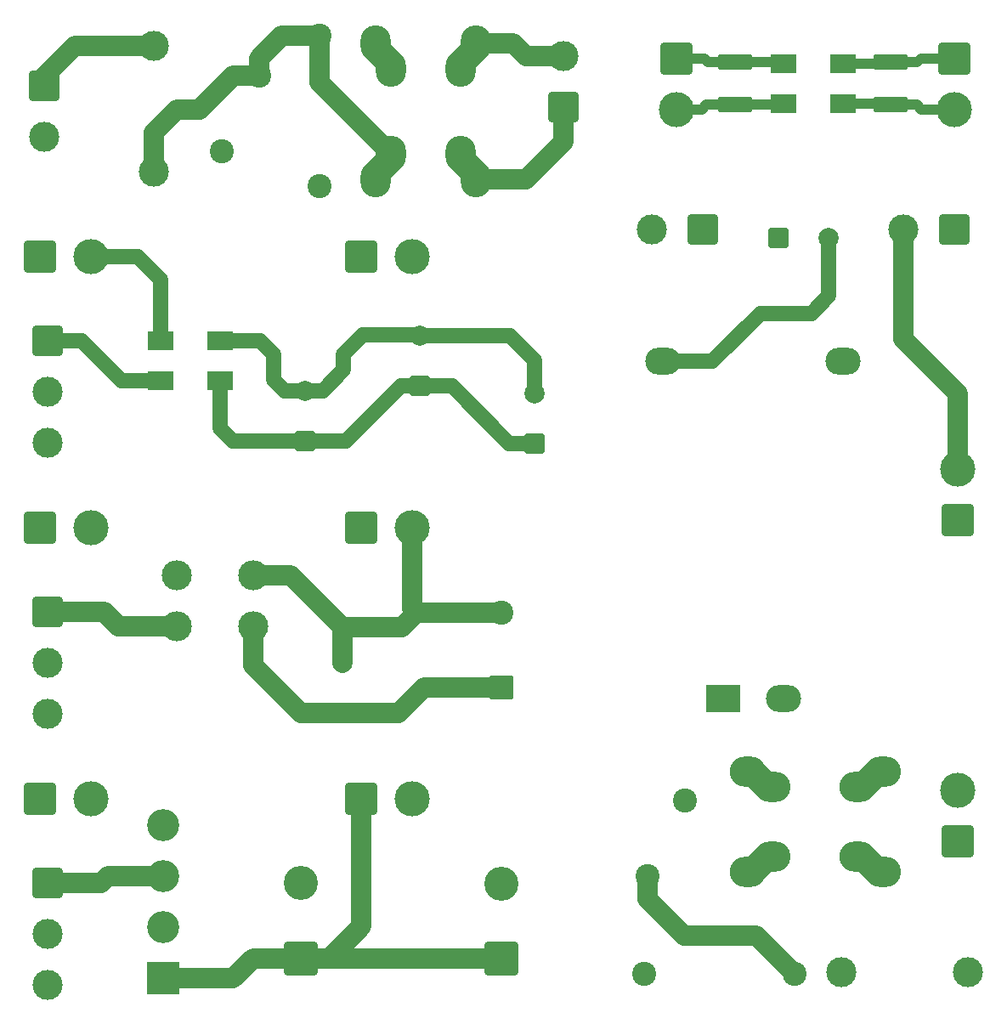
<source format=gtl>
%TF.GenerationSoftware,KiCad,Pcbnew,9.0.2*%
%TF.CreationDate,2025-06-27T09:24:05+02:00*%
%TF.ProjectId,led_driver_220v_p2,6c65645f-6472-4697-9665-725f32323076,rev?*%
%TF.SameCoordinates,Original*%
%TF.FileFunction,Copper,L1,Top*%
%TF.FilePolarity,Positive*%
%FSLAX46Y46*%
G04 Gerber Fmt 4.6, Leading zero omitted, Abs format (unit mm)*
G04 Created by KiCad (PCBNEW 9.0.2) date 2025-06-27 09:24:05*
%MOMM*%
%LPD*%
G01*
G04 APERTURE LIST*
G04 Aperture macros list*
%AMRoundRect*
0 Rectangle with rounded corners*
0 $1 Rounding radius*
0 $2 $3 $4 $5 $6 $7 $8 $9 X,Y pos of 4 corners*
0 Add a 4 corners polygon primitive as box body*
4,1,4,$2,$3,$4,$5,$6,$7,$8,$9,$2,$3,0*
0 Add four circle primitives for the rounded corners*
1,1,$1+$1,$2,$3*
1,1,$1+$1,$4,$5*
1,1,$1+$1,$6,$7*
1,1,$1+$1,$8,$9*
0 Add four rect primitives between the rounded corners*
20,1,$1+$1,$2,$3,$4,$5,0*
20,1,$1+$1,$4,$5,$6,$7,0*
20,1,$1+$1,$6,$7,$8,$9,0*
20,1,$1+$1,$8,$9,$2,$3,0*%
G04 Aperture macros list end*
%TA.AperFunction,ComponentPad*%
%ADD10RoundRect,0.288462X-1.211538X1.211538X-1.211538X-1.211538X1.211538X-1.211538X1.211538X1.211538X0*%
%TD*%
%TA.AperFunction,ComponentPad*%
%ADD11C,3.000000*%
%TD*%
%TA.AperFunction,ComponentPad*%
%ADD12RoundRect,0.250000X0.750000X-0.750000X0.750000X0.750000X-0.750000X0.750000X-0.750000X-0.750000X0*%
%TD*%
%TA.AperFunction,ComponentPad*%
%ADD13C,2.000000*%
%TD*%
%TA.AperFunction,ComponentPad*%
%ADD14RoundRect,0.307693X-1.292307X-1.292307X1.292307X-1.292307X1.292307X1.292307X-1.292307X1.292307X0*%
%TD*%
%TA.AperFunction,ComponentPad*%
%ADD15C,3.500000*%
%TD*%
%TA.AperFunction,ComponentPad*%
%ADD16R,3.200000X3.200000*%
%TD*%
%TA.AperFunction,ComponentPad*%
%ADD17C,3.200000*%
%TD*%
%TA.AperFunction,ComponentPad*%
%ADD18RoundRect,0.250001X0.949999X-0.949999X0.949999X0.949999X-0.949999X0.949999X-0.949999X-0.949999X0*%
%TD*%
%TA.AperFunction,ComponentPad*%
%ADD19C,2.400000*%
%TD*%
%TA.AperFunction,ComponentPad*%
%ADD20R,3.500000X2.700000*%
%TD*%
%TA.AperFunction,ComponentPad*%
%ADD21O,3.500000X2.700000*%
%TD*%
%TA.AperFunction,ComponentPad*%
%ADD22RoundRect,0.354168X1.345832X-1.345832X1.345832X1.345832X-1.345832X1.345832X-1.345832X-1.345832X0*%
%TD*%
%TA.AperFunction,ComponentPad*%
%ADD23C,3.400000*%
%TD*%
%TA.AperFunction,ComponentPad*%
%ADD24RoundRect,0.250000X-0.750000X-0.750000X0.750000X-0.750000X0.750000X0.750000X-0.750000X0.750000X0*%
%TD*%
%TA.AperFunction,SMDPad,CuDef*%
%ADD25R,2.500000X1.900000*%
%TD*%
%TA.AperFunction,ComponentPad*%
%ADD26RoundRect,0.288462X1.211538X1.211538X-1.211538X1.211538X-1.211538X-1.211538X1.211538X-1.211538X0*%
%TD*%
%TA.AperFunction,SMDPad,CuDef*%
%ADD27RoundRect,0.250000X-1.450000X0.537500X-1.450000X-0.537500X1.450000X-0.537500X1.450000X0.537500X0*%
%TD*%
%TA.AperFunction,ComponentPad*%
%ADD28RoundRect,0.307693X-1.292307X1.292307X-1.292307X-1.292307X1.292307X-1.292307X1.292307X1.292307X0*%
%TD*%
%TA.AperFunction,ComponentPad*%
%ADD29RoundRect,0.288462X1.211538X-1.211538X1.211538X1.211538X-1.211538X1.211538X-1.211538X-1.211538X0*%
%TD*%
%TA.AperFunction,ComponentPad*%
%ADD30O,3.600000X3.000000*%
%TD*%
%TA.AperFunction,ComponentPad*%
%ADD31O,3.000000X3.000000*%
%TD*%
%TA.AperFunction,ComponentPad*%
%ADD32O,3.000000X3.600000*%
%TD*%
%TA.AperFunction,ComponentPad*%
%ADD33RoundRect,0.307693X1.292307X-1.292307X1.292307X1.292307X-1.292307X1.292307X-1.292307X-1.292307X0*%
%TD*%
%TA.AperFunction,Conductor*%
%ADD34C,1.500000*%
%TD*%
%TA.AperFunction,Conductor*%
%ADD35C,2.000000*%
%TD*%
%TA.AperFunction,Conductor*%
%ADD36C,1.000000*%
%TD*%
G04 APERTURE END LIST*
D10*
%TO.P,J4,1,Pin_1*%
%TO.N,/High Voltage/L1*%
X51182500Y-72406000D03*
D11*
%TO.P,J4,2,Pin_2*%
%TO.N,/High Voltage/PE1*%
X51182500Y-77486000D03*
%TO.P,J4,3,Pin_3*%
%TO.N,/High Voltage/N1*%
X51182500Y-82566000D03*
%TD*%
D10*
%TO.P,J5,1,Pin_1*%
%TO.N,/High Voltage/L2*%
X51182500Y-99406000D03*
D11*
%TO.P,J5,2,Pin_2*%
%TO.N,/High Voltage/PE2*%
X51182500Y-104486000D03*
%TO.P,J5,3,Pin_3*%
%TO.N,/High Voltage/N2*%
X51182500Y-109566000D03*
%TD*%
D12*
%TO.P,C1,1*%
%TO.N,/High Voltage/DC1+230V*%
X99745000Y-82590000D03*
D13*
%TO.P,C1,2*%
%TO.N,/High Voltage/DC1-230V*%
X99745000Y-77590000D03*
%TD*%
D14*
%TO.P,J6,1,Pin_1*%
%TO.N,/High Voltage/L1*%
X50460000Y-64000000D03*
D15*
%TO.P,J6,2,Pin_2*%
%TO.N,/High Voltage/N1*%
X55540000Y-64000000D03*
%TD*%
D16*
%TO.P,D3,1,+*%
%TO.N,/High Voltage/DC3+230V*%
X62700000Y-135885000D03*
D17*
%TO.P,D3,2*%
%TO.N,/High Voltage/N3*%
X62700000Y-130805000D03*
%TO.P,D3,3*%
%TO.N,/High Voltage/L3*%
X62700000Y-125725000D03*
%TO.P,D3,4,-*%
%TO.N,/High Voltage/DC3-230V*%
X62700000Y-120645000D03*
%TD*%
D18*
%TO.P,C2,1*%
%TO.N,/High Voltage/DC2+230V*%
X96435000Y-106952780D03*
D19*
%TO.P,C2,2*%
%TO.N,/High Voltage/DC2-230V*%
X96435000Y-99452780D03*
%TD*%
D20*
%TO.P,PS1,1,AC/L*%
%TO.N,/High Voltage/TOUT_L*%
X118499500Y-108029000D03*
D21*
%TO.P,PS1,2,AC/N*%
%TO.N,/High Voltage/TOUT_N*%
X124499500Y-108029000D03*
%TO.P,PS1,3,-Vout*%
%TO.N,/High Voltage/DC-GND*%
X112499500Y-74429000D03*
%TO.P,PS1,4,+Vout*%
%TO.N,/High Voltage/DC+5V*%
X130499500Y-74429000D03*
%TD*%
D10*
%TO.P,J14,1,Pin_1*%
%TO.N,/High Voltage/L4*%
X50832500Y-46955000D03*
D11*
%TO.P,J14,2,Pin_2*%
%TO.N,/High Voltage/N4*%
X50832500Y-52035000D03*
%TD*%
D22*
%TO.P,C6,1*%
%TO.N,/High Voltage/DC3+230V*%
X76416000Y-133901780D03*
D23*
%TO.P,C6,2*%
%TO.N,/High Voltage/DC3-230V*%
X76416000Y-126401780D03*
%TD*%
D11*
%TO.P,F2,1*%
%TO.N,/High Voltage/L4*%
X61772000Y-42966000D03*
%TO.P,F2,2*%
%TO.N,/High Voltage/TIN_L4*%
X61772000Y-55566000D03*
%TD*%
D24*
%TO.P,C8,1*%
%TO.N,/High Voltage/DC+5V*%
X124047323Y-62143000D03*
D13*
%TO.P,C8,2*%
%TO.N,/High Voltage/DC-GND*%
X129047323Y-62143000D03*
%TD*%
D19*
%TO.P,RV1,1*%
%TO.N,/High Voltage/TIN_L*%
X110976000Y-125710000D03*
%TO.P,RV1,2*%
%TO.N,/High Voltage/NP*%
X114676000Y-118210000D03*
%TD*%
D25*
%TO.P,D4,1,+*%
%TO.N,/High Voltage/+5*%
X124510000Y-44744000D03*
%TO.P,D4,2,-*%
%TO.N,/High Voltage/-5*%
X124510000Y-48744000D03*
%TO.P,D4,3*%
%TO.N,/High Voltage/N5*%
X130460000Y-48744000D03*
%TO.P,D4,4*%
%TO.N,/High Voltage/L5*%
X130460000Y-44744000D03*
%TD*%
D26*
%TO.P,J12,1,Pin_1*%
%TO.N,/High Voltage/DC+5V*%
X116514000Y-61254000D03*
D11*
%TO.P,J12,2,Pin_2*%
%TO.N,/High Voltage/DC-GND*%
X111434000Y-61254000D03*
%TD*%
D25*
%TO.P,D1,1,+*%
%TO.N,/High Voltage/DC1+230V*%
X68430000Y-76335000D03*
%TO.P,D1,2,-*%
%TO.N,/High Voltage/DC1-230V*%
X68430000Y-72335000D03*
%TO.P,D1,3*%
%TO.N,/High Voltage/N1*%
X62480000Y-72335000D03*
%TO.P,D1,4*%
%TO.N,/High Voltage/L1*%
X62480000Y-76335000D03*
%TD*%
D27*
%TO.P,C9,1*%
%TO.N,/High Voltage/L5*%
X135178000Y-44600000D03*
%TO.P,C9,2*%
%TO.N,/High Voltage/N5*%
X135178000Y-48875000D03*
%TD*%
D22*
%TO.P,C3,1*%
%TO.N,/High Voltage/DC3+230V*%
X96435000Y-133952780D03*
D23*
%TO.P,C3,2*%
%TO.N,/High Voltage/DC3-230V*%
X96435000Y-126452780D03*
%TD*%
D28*
%TO.P,J15,1,Pin_1*%
%TO.N,/High Voltage/L5*%
X141528000Y-44236000D03*
D15*
%TO.P,J15,2,Pin_2*%
%TO.N,/High Voltage/N5*%
X141528000Y-49316000D03*
%TD*%
D14*
%TO.P,J9,1,Pin_1*%
%TO.N,/High Voltage/DC1+230V*%
X82460000Y-64000000D03*
D15*
%TO.P,J9,2,Pin_2*%
%TO.N,/High Voltage/DC1-230V*%
X87540000Y-64000000D03*
%TD*%
D14*
%TO.P,J11,1,Pin_1*%
%TO.N,/High Voltage/DC3+230V*%
X82460000Y-118000000D03*
D15*
%TO.P,J11,2,Pin_2*%
%TO.N,/High Voltage/DC3-230V*%
X87540000Y-118000000D03*
%TD*%
D26*
%TO.P,J13,1,Pin_1*%
%TO.N,/High Voltage/DCP+230V*%
X141528000Y-61254000D03*
D11*
%TO.P,J13,2,Pin_2*%
%TO.N,/High Voltage/DCP-230V*%
X136448000Y-61254000D03*
%TD*%
D19*
%TO.P,X2,1*%
%TO.N,/High Voltage/TIN_L4*%
X78282000Y-42000000D03*
%TO.P,X2,2*%
%TO.N,/High Voltage/N4*%
X78282000Y-57000000D03*
%TD*%
%TO.P,X1,1*%
%TO.N,/High Voltage/TIN_L*%
X125660000Y-135422000D03*
%TO.P,X1,2*%
%TO.N,/High Voltage/NP*%
X110660000Y-135422000D03*
%TD*%
D29*
%TO.P,J16,1,Pin_1*%
%TO.N,/High Voltage/TOUT_L4*%
X102579500Y-49067000D03*
D11*
%TO.P,J16,2,Pin_2*%
%TO.N,/High Voltage/TOUT_N4*%
X102579500Y-43987000D03*
%TD*%
D27*
%TO.P,C10,1*%
%TO.N,/High Voltage/+5*%
X119684000Y-44600000D03*
%TO.P,C10,2*%
%TO.N,/High Voltage/-5*%
X119684000Y-48875000D03*
%TD*%
D30*
%TO.P,L1,1,1*%
%TO.N,/High Voltage/TIN_L*%
X131935000Y-123809000D03*
X134435000Y-125309000D03*
%TO.P,L1,2,2*%
%TO.N,/High Voltage/TOUT_L*%
X134435000Y-115309000D03*
X131935000Y-116809000D03*
%TO.P,L1,3,3*%
%TO.N,/High Voltage/NP*%
X123435000Y-123809000D03*
X120935000Y-125309000D03*
%TO.P,L1,4,4*%
%TO.N,/High Voltage/TOUT_N*%
X120935000Y-115309000D03*
X123435000Y-116809000D03*
%TD*%
D14*
%TO.P,J7,1,Pin_1*%
%TO.N,/High Voltage/L2*%
X50460000Y-91000000D03*
D15*
%TO.P,J7,2,Pin_2*%
%TO.N,/High Voltage/N2*%
X55540000Y-91000000D03*
%TD*%
D12*
%TO.P,C7,1*%
%TO.N,/High Voltage/DC1+230V*%
X76885000Y-82367677D03*
D13*
%TO.P,C7,2*%
%TO.N,/High Voltage/DC1-230V*%
X76885000Y-77367677D03*
%TD*%
D31*
%TO.P,D2,1,+*%
%TO.N,/High Voltage/DC2+230V*%
X71670000Y-100795000D03*
%TO.P,D2,2,-*%
%TO.N,/High Voltage/DC2-230V*%
X71670000Y-95715000D03*
%TO.P,D2,3*%
%TO.N,/High Voltage/N2*%
X64050000Y-95715000D03*
%TO.P,D2,4*%
%TO.N,/High Voltage/L2*%
X64050000Y-100795000D03*
%TD*%
D28*
%TO.P,J17,1,Pin_1*%
%TO.N,/High Voltage/+5*%
X113842000Y-44236000D03*
D15*
%TO.P,J17,2,Pin_2*%
%TO.N,/High Voltage/-5*%
X113842000Y-49316000D03*
%TD*%
D32*
%TO.P,L2,1,1*%
%TO.N,/High Voltage/TIN_L4*%
X85394000Y-53752000D03*
X83894000Y-56252000D03*
%TO.P,L2,2,2*%
%TO.N,/High Voltage/TOUT_L4*%
X93894000Y-56252000D03*
X92394000Y-53752000D03*
%TO.P,L2,3,3*%
%TO.N,/High Voltage/N4*%
X85394000Y-45252000D03*
X83894000Y-42752000D03*
%TO.P,L2,4,4*%
%TO.N,/High Voltage/TOUT_N4*%
X93894000Y-42752000D03*
X92394000Y-45252000D03*
%TD*%
D12*
%TO.P,C5,1*%
%TO.N,/High Voltage/DC2+230V*%
X80560000Y-109465000D03*
D13*
%TO.P,C5,2*%
%TO.N,/High Voltage/DC2-230V*%
X80560000Y-104465000D03*
%TD*%
D10*
%TO.P,J1,1,Pin_1*%
%TO.N,/High Voltage/L3*%
X51182500Y-126355000D03*
D11*
%TO.P,J1,2,Pin_2*%
%TO.N,/High Voltage/PE3*%
X51182500Y-131435000D03*
%TO.P,J1,3,Pin_3*%
%TO.N,/High Voltage/N3*%
X51182500Y-136515000D03*
%TD*%
D19*
%TO.P,RV2,1*%
%TO.N,/High Voltage/TIN_L4*%
X72258000Y-46000000D03*
%TO.P,RV2,2*%
%TO.N,/High Voltage/N4*%
X68558000Y-53500000D03*
%TD*%
D33*
%TO.P,J3,1,Pin_1*%
%TO.N,/High Voltage/DCP+230V*%
X141909000Y-90210000D03*
D15*
%TO.P,J3,2,Pin_2*%
%TO.N,/High Voltage/DCP-230V*%
X141909000Y-85130000D03*
%TD*%
D14*
%TO.P,J10,1,Pin_1*%
%TO.N,/High Voltage/DC2+230V*%
X82460000Y-91000000D03*
D15*
%TO.P,J10,2,Pin_2*%
%TO.N,/High Voltage/DC2-230V*%
X87540000Y-91000000D03*
%TD*%
D11*
%TO.P,F1,1*%
%TO.N,/High Voltage/LP*%
X142925000Y-135295000D03*
%TO.P,F1,2*%
%TO.N,/High Voltage/TIN_L*%
X130325000Y-135295000D03*
%TD*%
D33*
%TO.P,J2,1,Pin_1*%
%TO.N,/High Voltage/LP*%
X141909000Y-122214000D03*
D15*
%TO.P,J2,2,Pin_2*%
%TO.N,/High Voltage/NP*%
X141909000Y-117134000D03*
%TD*%
D12*
%TO.P,C4,1*%
%TO.N,/High Voltage/DC1+230V*%
X88315000Y-76875000D03*
D13*
%TO.P,C4,2*%
%TO.N,/High Voltage/DC1-230V*%
X88315000Y-71875000D03*
%TD*%
D14*
%TO.P,J8,1,Pin_1*%
%TO.N,/High Voltage/L3*%
X50460000Y-118000000D03*
D15*
%TO.P,J8,2,Pin_2*%
%TO.N,/High Voltage/N3*%
X55540000Y-118000000D03*
%TD*%
D34*
%TO.N,/High Voltage/DC1+230V*%
X97205000Y-82590000D02*
X99745000Y-82590000D01*
X80917323Y-82367677D02*
X86410000Y-76875000D01*
X76885000Y-82367677D02*
X80917323Y-82367677D01*
X68430000Y-81120000D02*
X69677677Y-82367677D01*
X86410000Y-76875000D02*
X88315000Y-76875000D01*
X88315000Y-76875000D02*
X91490000Y-76875000D01*
X91490000Y-76875000D02*
X97205000Y-82590000D01*
X69677677Y-82367677D02*
X76885000Y-82367677D01*
X68430000Y-76335000D02*
X68430000Y-81120000D01*
%TO.N,/High Voltage/DC1-230V*%
X88235000Y-71795000D02*
X88315000Y-71875000D01*
X88315000Y-71875000D02*
X97285000Y-71875000D01*
X68430000Y-72335000D02*
X72345000Y-72335000D01*
X74837677Y-77367677D02*
X76885000Y-77367677D01*
X73710000Y-73700000D02*
X73710000Y-76240000D01*
X97285000Y-71875000D02*
X99745000Y-74335000D01*
X76885000Y-77367677D02*
X78614823Y-77367677D01*
X78614823Y-77367677D02*
X80695000Y-75287500D01*
X80695000Y-75287500D02*
X80695000Y-73700000D01*
X73710000Y-76240000D02*
X74837677Y-77367677D01*
X80695000Y-73700000D02*
X82600000Y-71795000D01*
X72345000Y-72335000D02*
X73710000Y-73700000D01*
X82600000Y-71795000D02*
X88235000Y-71795000D01*
X99745000Y-74335000D02*
X99745000Y-77590000D01*
D35*
%TO.N,/High Voltage/DC2-230V*%
X87962220Y-99452780D02*
X96435000Y-99452780D01*
X80560000Y-100870000D02*
X86545000Y-100870000D01*
X87540000Y-99030560D02*
X87540000Y-91000000D01*
X71670000Y-95715000D02*
X75405000Y-95715000D01*
X75405000Y-95715000D02*
X80560000Y-100870000D01*
X80560000Y-100870000D02*
X80560000Y-104465000D01*
X86545000Y-100870000D02*
X87962220Y-99452780D01*
X87962220Y-99452780D02*
X87540000Y-99030560D01*
%TO.N,/High Voltage/DC2+230V*%
X76455000Y-109465000D02*
X80560000Y-109465000D01*
X71670000Y-100795000D02*
X71670000Y-104680000D01*
X71670000Y-104680000D02*
X76455000Y-109465000D01*
X88717220Y-106952780D02*
X96435000Y-106952780D01*
X80560000Y-109465000D02*
X86205000Y-109465000D01*
X86205000Y-109465000D02*
X88717220Y-106952780D01*
%TO.N,/High Voltage/DC3+230V*%
X82460000Y-130739780D02*
X79298000Y-133901780D01*
X82460000Y-118000000D02*
X82460000Y-130739780D01*
X79298000Y-133901780D02*
X96384000Y-133901780D01*
X71674220Y-133901780D02*
X76416000Y-133901780D01*
X76416000Y-133901780D02*
X79298000Y-133901780D01*
X62700000Y-135885000D02*
X69691000Y-135885000D01*
X69691000Y-135885000D02*
X71674220Y-133901780D01*
X96384000Y-133901780D02*
X96435000Y-133952780D01*
D34*
%TO.N,/High Voltage/N1*%
X60200000Y-64000000D02*
X62480000Y-66280000D01*
X62480000Y-66280000D02*
X62480000Y-72335000D01*
X55540000Y-64000000D02*
X60200000Y-64000000D01*
%TO.N,/High Voltage/L1*%
X54636000Y-72406000D02*
X58565000Y-76335000D01*
X51182500Y-72406000D02*
X54636000Y-72406000D01*
X58565000Y-76335000D02*
X62480000Y-76335000D01*
D35*
%TO.N,/High Voltage/L2*%
X56871000Y-99406000D02*
X58260000Y-100795000D01*
X58260000Y-100795000D02*
X64050000Y-100795000D01*
X51182500Y-99406000D02*
X56871000Y-99406000D01*
%TO.N,/High Voltage/L3*%
X51182500Y-126355000D02*
X56564200Y-126355000D01*
X56564200Y-126355000D02*
X57194200Y-125725000D01*
X57194200Y-125725000D02*
X62700000Y-125725000D01*
D34*
%TO.N,/High Voltage/DC-GND*%
X129047323Y-62143000D02*
X129047323Y-67892677D01*
X127304000Y-69636000D02*
X122224000Y-69636000D01*
X129047323Y-67892677D02*
X127304000Y-69636000D01*
X122224000Y-69636000D02*
X117431000Y-74429000D01*
X117431000Y-74429000D02*
X112499500Y-74429000D01*
D35*
%TO.N,/High Voltage/TIN_L*%
X133435000Y-125309000D02*
X131935000Y-123809000D01*
X134435000Y-125309000D02*
X133435000Y-125309000D01*
X110976000Y-127976000D02*
X114612000Y-131612000D01*
X131935000Y-123809000D02*
X132935000Y-123809000D01*
X110976000Y-125710000D02*
X110976000Y-127976000D01*
X121850000Y-131612000D02*
X125660000Y-135422000D01*
X132935000Y-123809000D02*
X134435000Y-125309000D01*
X114612000Y-131612000D02*
X121850000Y-131612000D01*
%TO.N,/High Voltage/DCP-230V*%
X136448000Y-61254000D02*
X136448000Y-72176000D01*
X136448000Y-72176000D02*
X141909000Y-77637000D01*
X141909000Y-77637000D02*
X141909000Y-85130000D01*
%TO.N,/High Voltage/TOUT_N*%
X120935000Y-115309000D02*
X121935000Y-115309000D01*
X122435000Y-116809000D02*
X120935000Y-115309000D01*
X123435000Y-116809000D02*
X122435000Y-116809000D01*
X121935000Y-115309000D02*
X123435000Y-116809000D01*
%TO.N,/High Voltage/TOUT_L*%
X131935000Y-116809000D02*
X132935000Y-116809000D01*
X133435000Y-115309000D02*
X131935000Y-116809000D01*
X134435000Y-115309000D02*
X133435000Y-115309000D01*
X132935000Y-116809000D02*
X134435000Y-115309000D01*
%TO.N,/High Voltage/NP*%
X120935000Y-125309000D02*
X121935000Y-125309000D01*
X120935000Y-125309000D02*
X122435000Y-123809000D01*
X122435000Y-123809000D02*
X123435000Y-123809000D01*
X121935000Y-125309000D02*
X123435000Y-123809000D01*
%TO.N,/High Voltage/L4*%
X53898000Y-42966000D02*
X61772000Y-42966000D01*
X50832500Y-46031500D02*
X53898000Y-42966000D01*
X50832500Y-46955000D02*
X50832500Y-46031500D01*
%TO.N,/High Voltage/TIN_L4*%
X66344000Y-49316000D02*
X69660000Y-46000000D01*
X83894000Y-56252000D02*
X83894000Y-55252000D01*
X69660000Y-46000000D02*
X72258000Y-46000000D01*
X78282000Y-42000000D02*
X78282000Y-46640000D01*
X85394000Y-53752000D02*
X85394000Y-54752000D01*
X64058000Y-49316000D02*
X66344000Y-49316000D01*
X83894000Y-55252000D02*
X85394000Y-53752000D01*
X72258000Y-46000000D02*
X72258000Y-44264000D01*
X78282000Y-46640000D02*
X85394000Y-53752000D01*
X85394000Y-54752000D02*
X83894000Y-56252000D01*
X61772000Y-55566000D02*
X61772000Y-51602000D01*
X61772000Y-51602000D02*
X64058000Y-49316000D01*
X74522000Y-42000000D02*
X78282000Y-42000000D01*
X72258000Y-44264000D02*
X74522000Y-42000000D01*
%TO.N,/High Voltage/N4*%
X83894000Y-43752000D02*
X85394000Y-45252000D01*
X85394000Y-44252000D02*
X83894000Y-42752000D01*
X85394000Y-45252000D02*
X85394000Y-44252000D01*
X83894000Y-42752000D02*
X83894000Y-43752000D01*
%TO.N,/High Voltage/TOUT_N4*%
X97626000Y-42752000D02*
X98861000Y-43987000D01*
X93894000Y-43752000D02*
X92394000Y-45252000D01*
X92394000Y-44252000D02*
X93894000Y-42752000D01*
X93894000Y-42752000D02*
X93894000Y-43752000D01*
X98861000Y-43987000D02*
X102579500Y-43987000D01*
X93894000Y-42752000D02*
X97626000Y-42752000D01*
X92394000Y-45252000D02*
X92394000Y-44252000D01*
%TO.N,/High Voltage/TOUT_L4*%
X93894000Y-55252000D02*
X92394000Y-53752000D01*
X92394000Y-54752000D02*
X93894000Y-56252000D01*
X102579500Y-52531500D02*
X102579500Y-49067000D01*
X98859000Y-56252000D02*
X102579500Y-52531500D01*
X93894000Y-56252000D02*
X98859000Y-56252000D01*
X93894000Y-56252000D02*
X93894000Y-55252000D01*
X92394000Y-53752000D02*
X92394000Y-54752000D01*
D36*
%TO.N,/High Voltage/L5*%
X130460000Y-44744000D02*
X135034000Y-44744000D01*
X135178000Y-44600000D02*
X137862000Y-44600000D01*
X138226000Y-44236000D02*
X141528000Y-44236000D01*
X135034000Y-44744000D02*
X135178000Y-44600000D01*
X137862000Y-44600000D02*
X138226000Y-44236000D01*
%TO.N,/High Voltage/N5*%
X135178000Y-48875000D02*
X137785000Y-48875000D01*
X138226000Y-49316000D02*
X141528000Y-49316000D01*
X135047000Y-48744000D02*
X135178000Y-48875000D01*
X137785000Y-48875000D02*
X138226000Y-49316000D01*
X130460000Y-48744000D02*
X135047000Y-48744000D01*
%TO.N,/High Voltage/+5*%
X119684000Y-44600000D02*
X124366000Y-44600000D01*
X113842000Y-44236000D02*
X116636000Y-44236000D01*
X116636000Y-44236000D02*
X117000000Y-44600000D01*
X124366000Y-44600000D02*
X124510000Y-44744000D01*
X117000000Y-44600000D02*
X119684000Y-44600000D01*
%TO.N,/High Voltage/-5*%
X124379000Y-48875000D02*
X124510000Y-48744000D01*
X113842000Y-49316000D02*
X116382000Y-49316000D01*
X116382000Y-49316000D02*
X116823000Y-48875000D01*
X119684000Y-48875000D02*
X124379000Y-48875000D01*
X116823000Y-48875000D02*
X119684000Y-48875000D01*
%TD*%
M02*

</source>
